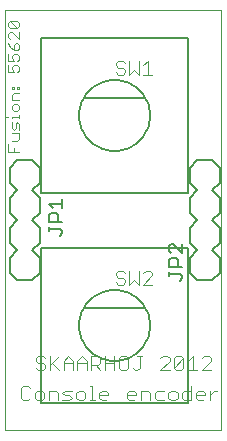
<source format=gto>
G75*
G70*
%OFA0B0*%
%FSLAX24Y24*%
%IPPOS*%
%LPD*%
%AMOC8*
5,1,8,0,0,1.08239X$1,22.5*
%
%ADD10C,0.0000*%
%ADD11C,0.0030*%
%ADD12C,0.0040*%
%ADD13C,0.0050*%
%ADD14C,0.0080*%
D10*
X000180Y000180D02*
X000180Y014180D01*
X007380Y014180D01*
X007380Y000180D01*
X000180Y000180D01*
D11*
X000275Y009475D02*
X000275Y009722D01*
X000398Y009843D02*
X000583Y009843D01*
X000645Y009905D01*
X000645Y010090D01*
X000398Y010090D01*
X000460Y010212D02*
X000398Y010273D01*
X000398Y010459D01*
X000398Y010580D02*
X000398Y010642D01*
X000645Y010642D01*
X000645Y010703D02*
X000645Y010580D01*
X000583Y010459D02*
X000522Y010397D01*
X000522Y010273D01*
X000460Y010212D01*
X000645Y010397D02*
X000583Y010459D01*
X000645Y010397D02*
X000645Y010212D01*
X000583Y010825D02*
X000460Y010825D01*
X000398Y010887D01*
X000398Y011011D01*
X000460Y011072D01*
X000583Y011072D01*
X000645Y011011D01*
X000645Y010887D01*
X000583Y010825D01*
X000645Y011194D02*
X000398Y011194D01*
X000398Y011379D01*
X000460Y011441D01*
X000645Y011441D01*
X000645Y011562D02*
X000583Y011562D01*
X000583Y011624D01*
X000645Y011624D01*
X000645Y011562D01*
X000460Y011562D02*
X000398Y011562D01*
X000398Y011624D01*
X000460Y011624D01*
X000460Y011562D01*
X000460Y012115D02*
X000275Y012115D01*
X000275Y012361D01*
X000275Y012483D02*
X000460Y012483D01*
X000398Y012606D01*
X000398Y012668D01*
X000460Y012730D01*
X000583Y012730D01*
X000645Y012668D01*
X000645Y012545D01*
X000583Y012483D01*
X000583Y012361D02*
X000645Y012300D01*
X000645Y012176D01*
X000583Y012115D01*
X000460Y012115D02*
X000398Y012238D01*
X000398Y012300D01*
X000460Y012361D01*
X000583Y012361D01*
X000583Y012851D02*
X000460Y012851D01*
X000460Y013036D01*
X000522Y013098D01*
X000583Y013098D01*
X000645Y013036D01*
X000645Y012913D01*
X000583Y012851D01*
X000460Y012851D02*
X000336Y012975D01*
X000275Y013098D01*
X000336Y013220D02*
X000275Y013281D01*
X000275Y013405D01*
X000336Y013466D01*
X000398Y013466D01*
X000645Y013220D01*
X000645Y013466D01*
X000583Y013588D02*
X000336Y013835D01*
X000583Y013835D01*
X000645Y013773D01*
X000645Y013650D01*
X000583Y013588D01*
X000336Y013588D01*
X000275Y013650D01*
X000275Y013773D01*
X000336Y013835D01*
X000275Y012730D02*
X000275Y012483D01*
X000275Y010642D02*
X000213Y010642D01*
X000460Y009598D02*
X000460Y009475D01*
X000645Y009475D02*
X000275Y009475D01*
D12*
X003856Y012123D02*
X003932Y012046D01*
X004086Y012046D01*
X004163Y012123D01*
X004163Y012200D01*
X004086Y012277D01*
X003932Y012277D01*
X003856Y012353D01*
X003856Y012430D01*
X003932Y012507D01*
X004086Y012507D01*
X004163Y012430D01*
X004316Y012507D02*
X004316Y012046D01*
X004470Y012200D01*
X004623Y012046D01*
X004623Y012507D01*
X004777Y012353D02*
X004930Y012507D01*
X004930Y012046D01*
X004777Y012046D02*
X005083Y012046D01*
X005007Y005507D02*
X004853Y005507D01*
X004777Y005430D01*
X004623Y005507D02*
X004623Y005046D01*
X004470Y005200D01*
X004316Y005046D01*
X004316Y005507D01*
X004163Y005430D02*
X004086Y005507D01*
X003932Y005507D01*
X003856Y005430D01*
X003856Y005353D01*
X003932Y005277D01*
X004086Y005277D01*
X004163Y005200D01*
X004163Y005123D01*
X004086Y005046D01*
X003932Y005046D01*
X003856Y005123D01*
X004777Y005046D02*
X005083Y005353D01*
X005083Y005430D01*
X005007Y005507D01*
X005083Y005046D02*
X004777Y005046D01*
X004730Y002660D02*
X004576Y002660D01*
X004653Y002660D02*
X004653Y002277D01*
X004576Y002200D01*
X004499Y002200D01*
X004423Y002277D01*
X004269Y002277D02*
X004269Y002584D01*
X004193Y002660D01*
X004039Y002660D01*
X003962Y002584D01*
X003962Y002277D01*
X004039Y002200D01*
X004193Y002200D01*
X004269Y002277D01*
X004306Y001507D02*
X004460Y001507D01*
X004537Y001430D01*
X004537Y001353D01*
X004230Y001353D01*
X004230Y001277D02*
X004230Y001430D01*
X004306Y001507D01*
X004230Y001277D02*
X004306Y001200D01*
X004460Y001200D01*
X004690Y001200D02*
X004690Y001507D01*
X004920Y001507D01*
X004997Y001430D01*
X004997Y001200D01*
X005150Y001277D02*
X005227Y001200D01*
X005457Y001200D01*
X005611Y001277D02*
X005688Y001200D01*
X005841Y001200D01*
X005918Y001277D01*
X005918Y001430D01*
X005841Y001507D01*
X005688Y001507D01*
X005611Y001430D01*
X005611Y001277D01*
X005457Y001507D02*
X005227Y001507D01*
X005150Y001430D01*
X005150Y001277D01*
X005344Y002200D02*
X005650Y002507D01*
X005650Y002584D01*
X005574Y002660D01*
X005420Y002660D01*
X005344Y002584D01*
X005344Y002200D02*
X005650Y002200D01*
X005804Y002277D02*
X005804Y002584D01*
X005881Y002660D01*
X006034Y002660D01*
X006111Y002584D01*
X005804Y002277D01*
X005881Y002200D01*
X006034Y002200D01*
X006111Y002277D01*
X006111Y002584D01*
X006264Y002507D02*
X006418Y002660D01*
X006418Y002200D01*
X006571Y002200D02*
X006264Y002200D01*
X006378Y001660D02*
X006378Y001200D01*
X006148Y001200D01*
X006071Y001277D01*
X006071Y001430D01*
X006148Y001507D01*
X006378Y001507D01*
X006532Y001430D02*
X006532Y001277D01*
X006608Y001200D01*
X006762Y001200D01*
X006839Y001353D02*
X006532Y001353D01*
X006532Y001430D02*
X006608Y001507D01*
X006762Y001507D01*
X006839Y001430D01*
X006839Y001353D01*
X006992Y001353D02*
X007145Y001507D01*
X007222Y001507D01*
X006992Y001507D02*
X006992Y001200D01*
X007032Y002200D02*
X006725Y002200D01*
X007032Y002507D01*
X007032Y002584D01*
X006955Y002660D01*
X006801Y002660D01*
X006725Y002584D01*
X003809Y002660D02*
X003809Y002200D01*
X003809Y002430D02*
X003502Y002430D01*
X003502Y002200D02*
X003502Y002660D01*
X003348Y002584D02*
X003348Y002430D01*
X003272Y002353D01*
X003042Y002353D01*
X003042Y002200D02*
X003042Y002660D01*
X003272Y002660D01*
X003348Y002584D01*
X003195Y002353D02*
X003348Y002200D01*
X003079Y001660D02*
X003002Y001660D01*
X003079Y001660D02*
X003079Y001200D01*
X003155Y001200D02*
X003002Y001200D01*
X002848Y001277D02*
X002848Y001430D01*
X002772Y001507D01*
X002618Y001507D01*
X002542Y001430D01*
X002542Y001277D01*
X002618Y001200D01*
X002772Y001200D01*
X002848Y001277D01*
X002388Y001277D02*
X002311Y001353D01*
X002158Y001353D01*
X002081Y001430D01*
X002158Y001507D01*
X002388Y001507D01*
X002388Y001277D02*
X002311Y001200D01*
X002081Y001200D01*
X001928Y001200D02*
X001928Y001430D01*
X001851Y001507D01*
X001621Y001507D01*
X001621Y001200D01*
X001467Y001277D02*
X001467Y001430D01*
X001391Y001507D01*
X001237Y001507D01*
X001160Y001430D01*
X001160Y001277D01*
X001237Y001200D01*
X001391Y001200D01*
X001467Y001277D01*
X001007Y001277D02*
X000930Y001200D01*
X000777Y001200D01*
X000700Y001277D01*
X000700Y001584D01*
X000777Y001660D01*
X000930Y001660D01*
X001007Y001584D01*
X001277Y002200D02*
X001200Y002277D01*
X001277Y002200D02*
X001430Y002200D01*
X001507Y002277D01*
X001507Y002353D01*
X001430Y002430D01*
X001277Y002430D01*
X001200Y002507D01*
X001200Y002584D01*
X001277Y002660D01*
X001430Y002660D01*
X001507Y002584D01*
X001660Y002660D02*
X001660Y002200D01*
X001660Y002353D02*
X001967Y002660D01*
X002121Y002507D02*
X002274Y002660D01*
X002428Y002507D01*
X002428Y002200D01*
X002428Y002430D02*
X002121Y002430D01*
X002121Y002507D02*
X002121Y002200D01*
X001967Y002200D02*
X001737Y002430D01*
X002581Y002430D02*
X002888Y002430D01*
X002888Y002507D02*
X002888Y002200D01*
X002888Y002507D02*
X002735Y002660D01*
X002581Y002507D01*
X002581Y002200D01*
X003309Y001430D02*
X003309Y001277D01*
X003386Y001200D01*
X003539Y001200D01*
X003616Y001353D02*
X003309Y001353D01*
X003309Y001430D02*
X003386Y001507D01*
X003539Y001507D01*
X003616Y001430D01*
X003616Y001353D01*
D13*
X002639Y003680D02*
X002641Y003749D01*
X002647Y003817D01*
X002657Y003885D01*
X002671Y003952D01*
X002689Y004019D01*
X002710Y004084D01*
X002736Y004148D01*
X002765Y004210D01*
X002797Y004270D01*
X002833Y004329D01*
X002873Y004385D01*
X002915Y004439D01*
X002961Y004490D01*
X003010Y004539D01*
X003061Y004585D01*
X003115Y004627D01*
X003171Y004667D01*
X003229Y004703D01*
X003290Y004735D01*
X003352Y004764D01*
X003416Y004790D01*
X003481Y004811D01*
X003548Y004829D01*
X003615Y004843D01*
X003683Y004853D01*
X003751Y004859D01*
X003820Y004861D01*
X003889Y004859D01*
X003957Y004853D01*
X004025Y004843D01*
X004092Y004829D01*
X004159Y004811D01*
X004224Y004790D01*
X004288Y004764D01*
X004350Y004735D01*
X004410Y004703D01*
X004469Y004667D01*
X004525Y004627D01*
X004579Y004585D01*
X004630Y004539D01*
X004679Y004490D01*
X004725Y004439D01*
X004767Y004385D01*
X004807Y004329D01*
X004843Y004270D01*
X004875Y004210D01*
X004904Y004148D01*
X004930Y004084D01*
X004951Y004019D01*
X004969Y003952D01*
X004983Y003885D01*
X004993Y003817D01*
X004999Y003749D01*
X005001Y003680D01*
X004999Y003611D01*
X004993Y003543D01*
X004983Y003475D01*
X004969Y003408D01*
X004951Y003341D01*
X004930Y003276D01*
X004904Y003212D01*
X004875Y003150D01*
X004843Y003089D01*
X004807Y003031D01*
X004767Y002975D01*
X004725Y002921D01*
X004679Y002870D01*
X004630Y002821D01*
X004579Y002775D01*
X004525Y002733D01*
X004469Y002693D01*
X004411Y002657D01*
X004350Y002625D01*
X004288Y002596D01*
X004224Y002570D01*
X004159Y002549D01*
X004092Y002531D01*
X004025Y002517D01*
X003957Y002507D01*
X003889Y002501D01*
X003820Y002499D01*
X003751Y002501D01*
X003683Y002507D01*
X003615Y002517D01*
X003548Y002531D01*
X003481Y002549D01*
X003416Y002570D01*
X003352Y002596D01*
X003290Y002625D01*
X003229Y002657D01*
X003171Y002693D01*
X003115Y002733D01*
X003061Y002775D01*
X003010Y002821D01*
X002961Y002870D01*
X002915Y002921D01*
X002873Y002975D01*
X002833Y003031D01*
X002797Y003089D01*
X002765Y003150D01*
X002736Y003212D01*
X002710Y003276D01*
X002689Y003341D01*
X002671Y003408D01*
X002657Y003475D01*
X002647Y003543D01*
X002641Y003611D01*
X002639Y003680D01*
X002796Y004271D02*
X004844Y004271D01*
X005625Y005325D02*
X005625Y005475D01*
X005625Y005400D02*
X006000Y005400D01*
X006075Y005325D01*
X006075Y005250D01*
X006000Y005175D01*
X006075Y005635D02*
X005625Y005635D01*
X005625Y005861D01*
X005700Y005936D01*
X005850Y005936D01*
X005925Y005861D01*
X005925Y005635D01*
X006075Y006096D02*
X005775Y006396D01*
X005700Y006396D01*
X005625Y006321D01*
X005625Y006171D01*
X005700Y006096D01*
X006075Y006096D02*
X006075Y006396D01*
X006261Y006278D02*
X001379Y006278D01*
X001379Y001082D01*
X006261Y001082D01*
X006261Y006278D01*
X006261Y008082D02*
X006261Y013278D01*
X001379Y013278D01*
X001379Y008082D01*
X006261Y008082D01*
X004844Y011271D02*
X002796Y011271D01*
X002639Y010680D02*
X002641Y010749D01*
X002647Y010817D01*
X002657Y010885D01*
X002671Y010952D01*
X002689Y011019D01*
X002710Y011084D01*
X002736Y011148D01*
X002765Y011210D01*
X002797Y011270D01*
X002833Y011329D01*
X002873Y011385D01*
X002915Y011439D01*
X002961Y011490D01*
X003010Y011539D01*
X003061Y011585D01*
X003115Y011627D01*
X003171Y011667D01*
X003229Y011703D01*
X003290Y011735D01*
X003352Y011764D01*
X003416Y011790D01*
X003481Y011811D01*
X003548Y011829D01*
X003615Y011843D01*
X003683Y011853D01*
X003751Y011859D01*
X003820Y011861D01*
X003889Y011859D01*
X003957Y011853D01*
X004025Y011843D01*
X004092Y011829D01*
X004159Y011811D01*
X004224Y011790D01*
X004288Y011764D01*
X004350Y011735D01*
X004410Y011703D01*
X004469Y011667D01*
X004525Y011627D01*
X004579Y011585D01*
X004630Y011539D01*
X004679Y011490D01*
X004725Y011439D01*
X004767Y011385D01*
X004807Y011329D01*
X004843Y011270D01*
X004875Y011210D01*
X004904Y011148D01*
X004930Y011084D01*
X004951Y011019D01*
X004969Y010952D01*
X004983Y010885D01*
X004993Y010817D01*
X004999Y010749D01*
X005001Y010680D01*
X004999Y010611D01*
X004993Y010543D01*
X004983Y010475D01*
X004969Y010408D01*
X004951Y010341D01*
X004930Y010276D01*
X004904Y010212D01*
X004875Y010150D01*
X004843Y010089D01*
X004807Y010031D01*
X004767Y009975D01*
X004725Y009921D01*
X004679Y009870D01*
X004630Y009821D01*
X004579Y009775D01*
X004525Y009733D01*
X004469Y009693D01*
X004411Y009657D01*
X004350Y009625D01*
X004288Y009596D01*
X004224Y009570D01*
X004159Y009549D01*
X004092Y009531D01*
X004025Y009517D01*
X003957Y009507D01*
X003889Y009501D01*
X003820Y009499D01*
X003751Y009501D01*
X003683Y009507D01*
X003615Y009517D01*
X003548Y009531D01*
X003481Y009549D01*
X003416Y009570D01*
X003352Y009596D01*
X003290Y009625D01*
X003229Y009657D01*
X003171Y009693D01*
X003115Y009733D01*
X003061Y009775D01*
X003010Y009821D01*
X002961Y009870D01*
X002915Y009921D01*
X002873Y009975D01*
X002833Y010031D01*
X002797Y010089D01*
X002765Y010150D01*
X002736Y010212D01*
X002710Y010276D01*
X002689Y010341D01*
X002671Y010408D01*
X002657Y010475D01*
X002647Y010543D01*
X002641Y010611D01*
X002639Y010680D01*
X002075Y007896D02*
X002075Y007596D01*
X002075Y007746D02*
X001625Y007746D01*
X001775Y007596D01*
X001700Y007436D02*
X001850Y007436D01*
X001925Y007361D01*
X001925Y007135D01*
X002000Y006900D02*
X001625Y006900D01*
X001625Y006825D02*
X001625Y006975D01*
X001625Y007135D02*
X001625Y007361D01*
X001700Y007436D01*
X001625Y007135D02*
X002075Y007135D01*
X002000Y006900D02*
X002075Y006825D01*
X002075Y006750D01*
X002000Y006675D01*
D14*
X001320Y006430D02*
X001070Y006180D01*
X001320Y005930D01*
X001320Y005430D01*
X001070Y005180D01*
X000570Y005180D01*
X000320Y005430D01*
X000320Y005930D01*
X000570Y006180D01*
X000320Y006430D01*
X000320Y006930D01*
X000570Y007180D01*
X000320Y007430D01*
X000320Y007930D01*
X000570Y008180D01*
X000320Y008430D01*
X000320Y008930D01*
X000570Y009180D01*
X001070Y009180D01*
X001320Y008930D01*
X001320Y008430D01*
X001070Y008180D01*
X001320Y007930D01*
X001320Y007430D01*
X001070Y007180D01*
X001320Y006930D01*
X001320Y006430D01*
X006320Y006430D02*
X006320Y006930D01*
X006570Y007180D01*
X006320Y007430D01*
X006320Y007930D01*
X006570Y008180D01*
X006320Y008430D01*
X006320Y008930D01*
X006570Y009180D01*
X007070Y009180D01*
X007320Y008930D01*
X007320Y008430D01*
X007070Y008180D01*
X007320Y007930D01*
X007320Y007430D01*
X007070Y007180D01*
X007320Y006930D01*
X007320Y006430D01*
X007070Y006180D01*
X007320Y005930D01*
X007320Y005430D01*
X007070Y005180D01*
X006570Y005180D01*
X006320Y005430D01*
X006320Y005930D01*
X006570Y006180D01*
X006320Y006430D01*
M02*

</source>
